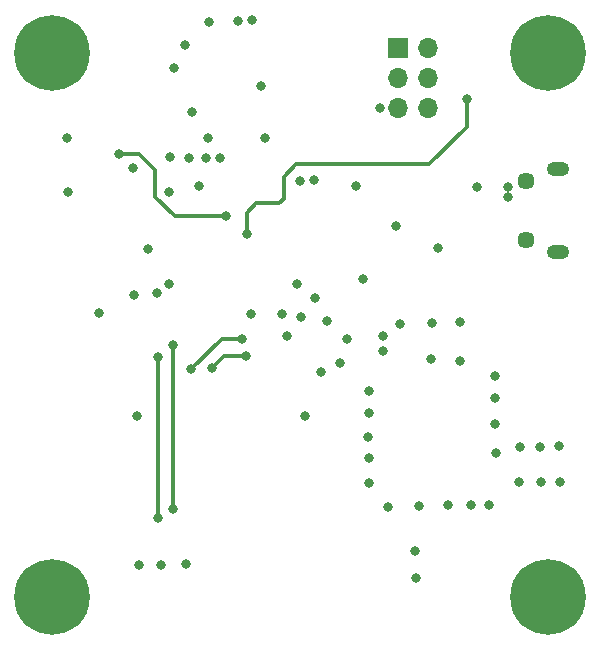
<source format=gbr>
%TF.GenerationSoftware,KiCad,Pcbnew,(5.1.9)-1*%
%TF.CreationDate,2021-09-16T13:16:14+03:00*%
%TF.ProjectId,STM32-V1,53544d33-322d-4563-912e-6b696361645f,rev?*%
%TF.SameCoordinates,Original*%
%TF.FileFunction,Copper,L4,Bot*%
%TF.FilePolarity,Positive*%
%FSLAX46Y46*%
G04 Gerber Fmt 4.6, Leading zero omitted, Abs format (unit mm)*
G04 Created by KiCad (PCBNEW (5.1.9)-1) date 2021-09-16 13:16:14*
%MOMM*%
%LPD*%
G01*
G04 APERTURE LIST*
%TA.AperFunction,ComponentPad*%
%ADD10C,0.800000*%
%TD*%
%TA.AperFunction,ComponentPad*%
%ADD11C,6.400000*%
%TD*%
%TA.AperFunction,ComponentPad*%
%ADD12C,1.450000*%
%TD*%
%TA.AperFunction,ComponentPad*%
%ADD13O,1.900000X1.200000*%
%TD*%
%TA.AperFunction,ComponentPad*%
%ADD14R,1.700000X1.700000*%
%TD*%
%TA.AperFunction,ComponentPad*%
%ADD15O,1.700000X1.700000*%
%TD*%
%TA.AperFunction,ViaPad*%
%ADD16C,0.800000*%
%TD*%
%TA.AperFunction,Conductor*%
%ADD17C,0.300000*%
%TD*%
G04 APERTURE END LIST*
D10*
%TO.P,H4,1*%
%TO.N,GND*%
X89697056Y-92802944D03*
X88000000Y-92100000D03*
X86302944Y-92802944D03*
X85600000Y-94500000D03*
X86302944Y-96197056D03*
X88000000Y-96900000D03*
X89697056Y-96197056D03*
X90400000Y-94500000D03*
D11*
X88000000Y-94500000D03*
%TD*%
D10*
%TO.P,H3,1*%
%TO.N,GND*%
X89697056Y-138802944D03*
X88000000Y-138100000D03*
X86302944Y-138802944D03*
X85600000Y-140500000D03*
X86302944Y-142197056D03*
X88000000Y-142900000D03*
X89697056Y-142197056D03*
X90400000Y-140500000D03*
D11*
X88000000Y-140500000D03*
%TD*%
D10*
%TO.P,H2,1*%
%TO.N,GND*%
X131697056Y-138802944D03*
X130000000Y-138100000D03*
X128302944Y-138802944D03*
X127600000Y-140500000D03*
X128302944Y-142197056D03*
X130000000Y-142900000D03*
X131697056Y-142197056D03*
X132400000Y-140500000D03*
D11*
X130000000Y-140500000D03*
%TD*%
D10*
%TO.P,H1,1*%
%TO.N,GND*%
X131697056Y-92802944D03*
X130000000Y-92100000D03*
X128302944Y-92802944D03*
X127600000Y-94500000D03*
X128302944Y-96197056D03*
X130000000Y-96900000D03*
X131697056Y-96197056D03*
X132400000Y-94500000D03*
D11*
X130000000Y-94500000D03*
%TD*%
D12*
%TO.P,J1,6*%
%TO.N,Net-(J1-Pad6)*%
X128112500Y-110325000D03*
X128112500Y-105325000D03*
D13*
X130812500Y-111325000D03*
X130812500Y-104325000D03*
%TD*%
D14*
%TO.P,J2,1*%
%TO.N,SWO*%
X117250000Y-94000000D03*
D15*
%TO.P,J2,2*%
%TO.N,SWDIO*%
X119790000Y-94000000D03*
%TO.P,J2,3*%
%TO.N,Net-(J2-Pad3)*%
X117250000Y-96540000D03*
%TO.P,J2,4*%
%TO.N,NRST*%
X119790000Y-96540000D03*
%TO.P,J2,5*%
%TO.N,GND*%
X117250000Y-99080000D03*
%TO.P,J2,6*%
%TO.N,SWCLK*%
X119790000Y-99080000D03*
%TD*%
D16*
%TO.N,GND*%
X101275000Y-91800000D03*
X103725000Y-91725000D03*
X98325000Y-95750000D03*
X99825000Y-99500000D03*
X89350000Y-106225000D03*
X94900000Y-114950000D03*
X94825000Y-104200000D03*
X97950000Y-103300000D03*
X97875000Y-106225000D03*
X102175000Y-103325000D03*
X110175000Y-105250000D03*
X114325000Y-113625000D03*
X110250000Y-115200000D03*
X111300000Y-117175000D03*
X112375000Y-120750000D03*
X110800000Y-121450000D03*
X107875000Y-118450000D03*
X95225000Y-125200000D03*
X109425000Y-125225000D03*
X97250000Y-137775000D03*
X95325000Y-137800000D03*
X118800000Y-138950000D03*
X127575000Y-127800000D03*
X129325000Y-127850000D03*
X130950000Y-127775000D03*
X127525000Y-130750000D03*
X129400000Y-130775000D03*
X131000000Y-130800000D03*
X126600000Y-105775000D03*
X126575000Y-106625000D03*
X123950000Y-105850000D03*
X113725000Y-105700000D03*
X115750000Y-99150000D03*
X105675000Y-97250000D03*
X92000000Y-116500000D03*
X120650000Y-111000000D03*
X117125000Y-109075000D03*
X120175000Y-117325000D03*
X120100000Y-120375000D03*
X122500000Y-117225000D03*
X122525000Y-120500000D03*
X96100000Y-111100000D03*
%TO.N,NRST*%
X104500000Y-109750000D03*
X123100000Y-98400000D03*
%TO.N,BOOT0*%
X102700000Y-108300000D03*
X93650000Y-103000000D03*
%TO.N,SPI1_MOSI*%
X104100000Y-118700000D03*
X99800000Y-121250000D03*
%TO.N,SP1_MISO*%
X104389998Y-120100000D03*
X101500000Y-121150000D03*
%TO.N,DIO0_LORA*%
X98250000Y-119200000D03*
X98250000Y-133050000D03*
%TO.N,NRESET_LORA*%
X96950000Y-120200000D03*
X96950000Y-133850000D03*
%TO.N,+3V3*%
X99599999Y-103350000D03*
X101000000Y-103350000D03*
X101200000Y-101700000D03*
X106050000Y-101700000D03*
X100450000Y-105750000D03*
X96900000Y-114800000D03*
X97900000Y-114000000D03*
X89300000Y-101700000D03*
X108700000Y-114000000D03*
X107450000Y-116600000D03*
X104800000Y-116600000D03*
X109050000Y-116850000D03*
X117450000Y-117450000D03*
X116000000Y-118400000D03*
X116000000Y-119725000D03*
X114825000Y-123100000D03*
X114850000Y-124950000D03*
X114775000Y-126975000D03*
X114800000Y-128750000D03*
X114850000Y-130850000D03*
X116450000Y-132900000D03*
X119100000Y-132800000D03*
X121500000Y-132750000D03*
X123500000Y-132750000D03*
X125000000Y-132750000D03*
X125575000Y-128300000D03*
X125525000Y-125850000D03*
X125500000Y-123650000D03*
X125500000Y-121850000D03*
X113000000Y-118700000D03*
X118750000Y-136650000D03*
X99225000Y-93750000D03*
X104925000Y-91700000D03*
X108950000Y-105325000D03*
X99300000Y-137725000D03*
%TD*%
D17*
%TO.N,NRST*%
X119900000Y-103900000D02*
X123100000Y-100700000D01*
X108675000Y-103900000D02*
X119900000Y-103900000D01*
X123100000Y-100700000D02*
X123100000Y-98400000D01*
X107650000Y-106800000D02*
X107650000Y-104925000D01*
X107250000Y-107200000D02*
X107650000Y-106800000D01*
X105300000Y-107200000D02*
X107250000Y-107200000D01*
X107650000Y-104925000D02*
X108675000Y-103900000D01*
X104500000Y-108000000D02*
X105300000Y-107200000D01*
X104500000Y-109750000D02*
X104500000Y-108000000D01*
%TO.N,BOOT0*%
X102700000Y-108300000D02*
X98400000Y-108300000D01*
X98400000Y-108300000D02*
X96750000Y-106650000D01*
X96750000Y-106650000D02*
X96750000Y-104350000D01*
X95400000Y-103000000D02*
X93650000Y-103000000D01*
X96750000Y-104350000D02*
X95400000Y-103000000D01*
%TO.N,SPI1_MOSI*%
X102350000Y-118700000D02*
X99800000Y-121250000D01*
X104100000Y-118700000D02*
X102350000Y-118700000D01*
%TO.N,SP1_MISO*%
X102550000Y-120100000D02*
X101500000Y-121150000D01*
X104389998Y-120100000D02*
X102550000Y-120100000D01*
%TO.N,DIO0_LORA*%
X98250000Y-119200000D02*
X98250000Y-133050000D01*
%TO.N,NRESET_LORA*%
X96950000Y-120200000D02*
X96950000Y-133850000D01*
%TD*%
M02*

</source>
